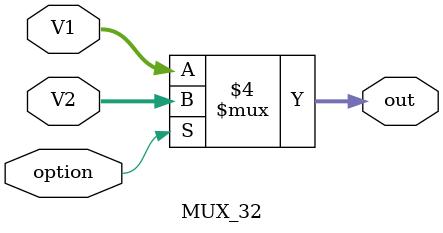
<source format=v>
module MUX_32(V1, V2, option, out);
	input [31:0] V1;
	input [31:0] V2;
	input option;
	output reg [31:0]out;
	
	always @ (V1 or V2) begin
		if(option == 0) begin
			out = V1;
		end else begin
			out = V2;
		end
	end
	
endmodule
</source>
